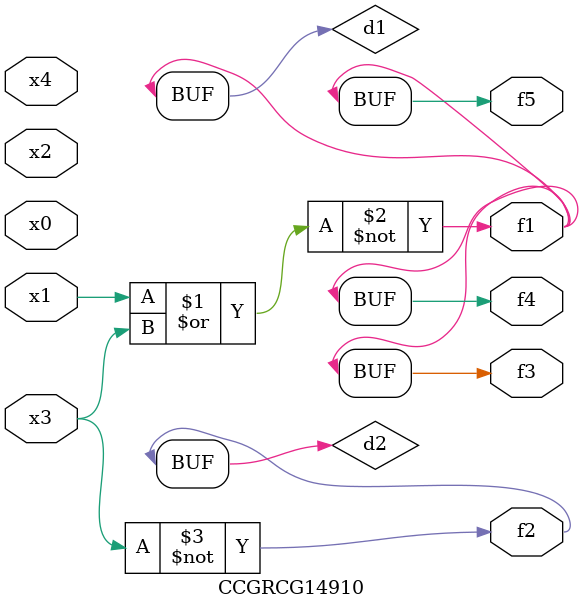
<source format=v>
module CCGRCG14910(
	input x0, x1, x2, x3, x4,
	output f1, f2, f3, f4, f5
);

	wire d1, d2;

	nor (d1, x1, x3);
	not (d2, x3);
	assign f1 = d1;
	assign f2 = d2;
	assign f3 = d1;
	assign f4 = d1;
	assign f5 = d1;
endmodule

</source>
